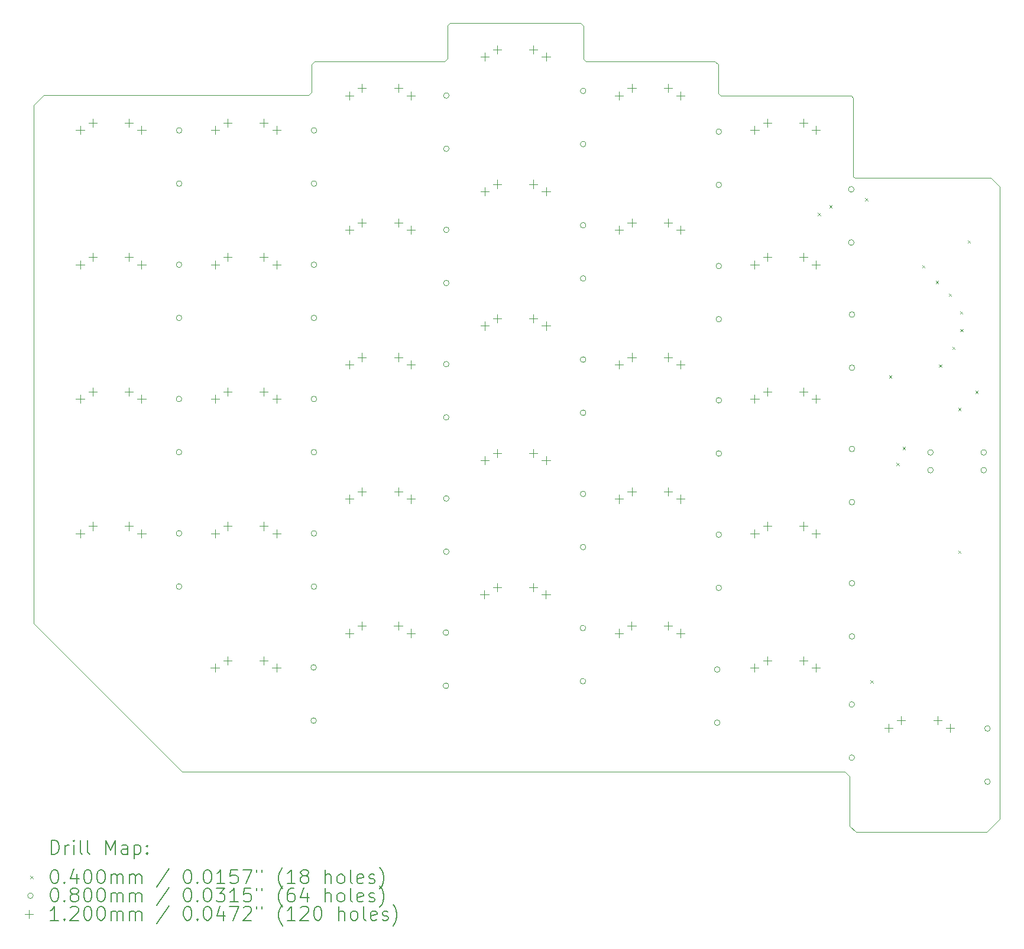
<source format=gbr>
%TF.GenerationSoftware,KiCad,Pcbnew,(6.0.8)*%
%TF.CreationDate,2023-02-14T17:54:35+07:00*%
%TF.ProjectId,dongle_256,646f6e67-6c65-45f3-9235-362e6b696361,rev?*%
%TF.SameCoordinates,Original*%
%TF.FileFunction,Drillmap*%
%TF.FilePolarity,Positive*%
%FSLAX45Y45*%
G04 Gerber Fmt 4.5, Leading zero omitted, Abs format (unit mm)*
G04 Created by KiCad (PCBNEW (6.0.8)) date 2023-02-14 17:54:35*
%MOMM*%
%LPD*%
G01*
G04 APERTURE LIST*
%ADD10C,0.100000*%
%ADD11C,0.200000*%
%ADD12C,0.040000*%
%ADD13C,0.080000*%
%ADD14C,0.120000*%
G04 APERTURE END LIST*
D10*
X16420000Y-14705000D02*
X14550000Y-14705000D01*
X6790000Y-3660000D02*
X8655000Y-3660000D01*
X8735000Y-3110000D02*
X10605000Y-3110000D01*
X2770000Y-4285000D02*
X2915000Y-4140000D01*
X8700000Y-3615000D02*
X8700000Y-3145000D01*
X10645000Y-3625000D02*
X10680000Y-3660000D01*
X2915000Y-4140000D02*
X6710000Y-4140000D01*
X12530000Y-3660000D02*
X12575000Y-3705000D01*
X16605000Y-14520000D02*
X16420000Y-14705000D01*
X14460000Y-14615000D02*
X14460000Y-13905000D01*
X12575000Y-3705000D02*
X12575000Y-4120000D01*
X14480000Y-4155000D02*
X14510000Y-4185000D01*
X2770000Y-11710000D02*
X2770000Y-4285000D01*
X14530000Y-5330000D02*
X16480000Y-5330000D01*
X14390000Y-13835000D02*
X4895000Y-13835000D01*
X14460000Y-13905000D02*
X14390000Y-13835000D01*
X8655000Y-3660000D02*
X8700000Y-3615000D01*
X12575000Y-4120000D02*
X12610000Y-4155000D01*
X10680000Y-3660000D02*
X12530000Y-3660000D01*
X16480000Y-5330000D02*
X16605000Y-5455000D01*
X14530000Y-5330000D02*
X14510000Y-5310000D01*
X4895000Y-13835000D02*
X2770000Y-11710000D01*
X14510000Y-4185000D02*
X14510000Y-5310000D01*
X6750000Y-4100000D02*
X6750000Y-3700000D01*
X10645000Y-3150000D02*
X10645000Y-3625000D01*
X6710000Y-4140000D02*
X6750000Y-4100000D01*
X16605000Y-14520000D02*
X16605000Y-5455000D01*
X6750000Y-3700000D02*
X6790000Y-3660000D01*
X14550000Y-14705000D02*
X14460000Y-14615000D01*
X12610000Y-4155000D02*
X14480000Y-4155000D01*
X10605000Y-3110000D02*
X10645000Y-3150000D01*
X8700000Y-3145000D02*
X8735000Y-3110000D01*
D11*
D12*
X14000000Y-5830000D02*
X14040000Y-5870000D01*
X14040000Y-5830000D02*
X14000000Y-5870000D01*
X14165000Y-5720000D02*
X14205000Y-5760000D01*
X14205000Y-5720000D02*
X14165000Y-5760000D01*
X14680000Y-5620000D02*
X14720000Y-5660000D01*
X14720000Y-5620000D02*
X14680000Y-5660000D01*
X14752100Y-12527900D02*
X14792100Y-12567900D01*
X14792100Y-12527900D02*
X14752100Y-12567900D01*
X15020000Y-8160000D02*
X15060000Y-8200000D01*
X15060000Y-8160000D02*
X15020000Y-8200000D01*
X15125000Y-9410000D02*
X15165000Y-9450000D01*
X15165000Y-9410000D02*
X15125000Y-9450000D01*
X15215000Y-9180000D02*
X15255000Y-9220000D01*
X15255000Y-9180000D02*
X15215000Y-9220000D01*
X15495000Y-6580000D02*
X15535000Y-6620000D01*
X15535000Y-6580000D02*
X15495000Y-6620000D01*
X15690000Y-6805000D02*
X15730000Y-6845000D01*
X15730000Y-6805000D02*
X15690000Y-6845000D01*
X15735000Y-8001500D02*
X15775000Y-8041500D01*
X15775000Y-8001500D02*
X15735000Y-8041500D01*
X15874500Y-6985500D02*
X15914500Y-7025500D01*
X15914500Y-6985500D02*
X15874500Y-7025500D01*
X15927500Y-7747500D02*
X15967500Y-7787500D01*
X15967500Y-7747500D02*
X15927500Y-7787500D01*
X16010000Y-8625000D02*
X16050000Y-8665000D01*
X16050000Y-8625000D02*
X16010000Y-8665000D01*
X16010000Y-10670000D02*
X16050000Y-10710000D01*
X16050000Y-10670000D02*
X16010000Y-10710000D01*
X16035500Y-7239500D02*
X16075500Y-7279500D01*
X16075500Y-7239500D02*
X16035500Y-7279500D01*
X16038500Y-7493500D02*
X16078500Y-7533500D01*
X16078500Y-7493500D02*
X16038500Y-7533500D01*
X16146500Y-6223500D02*
X16186500Y-6263500D01*
X16186500Y-6223500D02*
X16146500Y-6263500D01*
X16257500Y-8380000D02*
X16297500Y-8420000D01*
X16297500Y-8380000D02*
X16257500Y-8420000D01*
D13*
X4893000Y-6573475D02*
G75*
G03*
X4893000Y-6573475I-40000J0D01*
G01*
X4893000Y-7335475D02*
G75*
G03*
X4893000Y-7335475I-40000J0D01*
G01*
X4893000Y-8498225D02*
G75*
G03*
X4893000Y-8498225I-40000J0D01*
G01*
X4893000Y-9260225D02*
G75*
G03*
X4893000Y-9260225I-40000J0D01*
G01*
X4893000Y-10422975D02*
G75*
G03*
X4893000Y-10422975I-40000J0D01*
G01*
X4893000Y-11184975D02*
G75*
G03*
X4893000Y-11184975I-40000J0D01*
G01*
X4895000Y-4648725D02*
G75*
G03*
X4895000Y-4648725I-40000J0D01*
G01*
X4895000Y-5410725D02*
G75*
G03*
X4895000Y-5410725I-40000J0D01*
G01*
X6820000Y-12344000D02*
G75*
G03*
X6820000Y-12344000I-40000J0D01*
G01*
X6820000Y-13106000D02*
G75*
G03*
X6820000Y-13106000I-40000J0D01*
G01*
X6825000Y-6573475D02*
G75*
G03*
X6825000Y-6573475I-40000J0D01*
G01*
X6825000Y-7335475D02*
G75*
G03*
X6825000Y-7335475I-40000J0D01*
G01*
X6825000Y-8498225D02*
G75*
G03*
X6825000Y-8498225I-40000J0D01*
G01*
X6825000Y-9260225D02*
G75*
G03*
X6825000Y-9260225I-40000J0D01*
G01*
X6825000Y-10422975D02*
G75*
G03*
X6825000Y-10422975I-40000J0D01*
G01*
X6825000Y-11184975D02*
G75*
G03*
X6825000Y-11184975I-40000J0D01*
G01*
X6826600Y-4648725D02*
G75*
G03*
X6826600Y-4648725I-40000J0D01*
G01*
X6826600Y-5410725D02*
G75*
G03*
X6826600Y-5410725I-40000J0D01*
G01*
X8715800Y-11844525D02*
G75*
G03*
X8715800Y-11844525I-40000J0D01*
G01*
X8715800Y-12606525D02*
G75*
G03*
X8715800Y-12606525I-40000J0D01*
G01*
X8720000Y-6074000D02*
G75*
G03*
X8720000Y-6074000I-40000J0D01*
G01*
X8720000Y-6836000D02*
G75*
G03*
X8720000Y-6836000I-40000J0D01*
G01*
X8720000Y-7998750D02*
G75*
G03*
X8720000Y-7998750I-40000J0D01*
G01*
X8720000Y-8760750D02*
G75*
G03*
X8720000Y-8760750I-40000J0D01*
G01*
X8720000Y-9923500D02*
G75*
G03*
X8720000Y-9923500I-40000J0D01*
G01*
X8720000Y-10685500D02*
G75*
G03*
X8720000Y-10685500I-40000J0D01*
G01*
X8721200Y-4149250D02*
G75*
G03*
X8721200Y-4149250I-40000J0D01*
G01*
X8721200Y-4911250D02*
G75*
G03*
X8721200Y-4911250I-40000J0D01*
G01*
X10676600Y-11779025D02*
G75*
G03*
X10676600Y-11779025I-40000J0D01*
G01*
X10676600Y-12541025D02*
G75*
G03*
X10676600Y-12541025I-40000J0D01*
G01*
X10680000Y-6008500D02*
G75*
G03*
X10680000Y-6008500I-40000J0D01*
G01*
X10680000Y-6770500D02*
G75*
G03*
X10680000Y-6770500I-40000J0D01*
G01*
X10680000Y-7933250D02*
G75*
G03*
X10680000Y-7933250I-40000J0D01*
G01*
X10680000Y-8695250D02*
G75*
G03*
X10680000Y-8695250I-40000J0D01*
G01*
X10680000Y-9858000D02*
G75*
G03*
X10680000Y-9858000I-40000J0D01*
G01*
X10680000Y-10620000D02*
G75*
G03*
X10680000Y-10620000I-40000J0D01*
G01*
X10680800Y-4083750D02*
G75*
G03*
X10680800Y-4083750I-40000J0D01*
G01*
X10680800Y-4845750D02*
G75*
G03*
X10680800Y-4845750I-40000J0D01*
G01*
X12600000Y-12373000D02*
G75*
G03*
X12600000Y-12373000I-40000J0D01*
G01*
X12600000Y-13135000D02*
G75*
G03*
X12600000Y-13135000I-40000J0D01*
G01*
X12623000Y-6592000D02*
G75*
G03*
X12623000Y-6592000I-40000J0D01*
G01*
X12623000Y-7354000D02*
G75*
G03*
X12623000Y-7354000I-40000J0D01*
G01*
X12623000Y-8516750D02*
G75*
G03*
X12623000Y-8516750I-40000J0D01*
G01*
X12623000Y-9278750D02*
G75*
G03*
X12623000Y-9278750I-40000J0D01*
G01*
X12623000Y-10441500D02*
G75*
G03*
X12623000Y-10441500I-40000J0D01*
G01*
X12623000Y-11203500D02*
G75*
G03*
X12623000Y-11203500I-40000J0D01*
G01*
X12623400Y-4667250D02*
G75*
G03*
X12623400Y-4667250I-40000J0D01*
G01*
X12623400Y-5429250D02*
G75*
G03*
X12623400Y-5429250I-40000J0D01*
G01*
X14520000Y-5494000D02*
G75*
G03*
X14520000Y-5494000I-40000J0D01*
G01*
X14520000Y-6256000D02*
G75*
G03*
X14520000Y-6256000I-40000J0D01*
G01*
X14527000Y-12874750D02*
G75*
G03*
X14527000Y-12874750I-40000J0D01*
G01*
X14527000Y-13636750D02*
G75*
G03*
X14527000Y-13636750I-40000J0D01*
G01*
X14530000Y-7288500D02*
G75*
G03*
X14530000Y-7288500I-40000J0D01*
G01*
X14530000Y-8050500D02*
G75*
G03*
X14530000Y-8050500I-40000J0D01*
G01*
X14530000Y-9213250D02*
G75*
G03*
X14530000Y-9213250I-40000J0D01*
G01*
X14530000Y-9975250D02*
G75*
G03*
X14530000Y-9975250I-40000J0D01*
G01*
X14530000Y-11138000D02*
G75*
G03*
X14530000Y-11138000I-40000J0D01*
G01*
X14530000Y-11900000D02*
G75*
G03*
X14530000Y-11900000I-40000J0D01*
G01*
X15654750Y-9263500D02*
G75*
G03*
X15654750Y-9263500I-40000J0D01*
G01*
X15654750Y-9517500D02*
G75*
G03*
X15654750Y-9517500I-40000J0D01*
G01*
X16416750Y-9263500D02*
G75*
G03*
X16416750Y-9263500I-40000J0D01*
G01*
X16416750Y-9517500D02*
G75*
G03*
X16416750Y-9517500I-40000J0D01*
G01*
X16470000Y-13219000D02*
G75*
G03*
X16470000Y-13219000I-40000J0D01*
G01*
X16470000Y-13981000D02*
G75*
G03*
X16470000Y-13981000I-40000J0D01*
G01*
D14*
X3437000Y-4585725D02*
X3437000Y-4705725D01*
X3377000Y-4645725D02*
X3497000Y-4645725D01*
X3437000Y-6512300D02*
X3437000Y-6632300D01*
X3377000Y-6572300D02*
X3497000Y-6572300D01*
X3437000Y-8438875D02*
X3437000Y-8558875D01*
X3377000Y-8498875D02*
X3497000Y-8498875D01*
X3437000Y-10365450D02*
X3437000Y-10485450D01*
X3377000Y-10425450D02*
X3497000Y-10425450D01*
X3617000Y-4480725D02*
X3617000Y-4600725D01*
X3557000Y-4540725D02*
X3677000Y-4540725D01*
X3617000Y-6407300D02*
X3617000Y-6527300D01*
X3557000Y-6467300D02*
X3677000Y-6467300D01*
X3617000Y-8333875D02*
X3617000Y-8453875D01*
X3557000Y-8393875D02*
X3677000Y-8393875D01*
X3617000Y-10260450D02*
X3617000Y-10380450D01*
X3557000Y-10320450D02*
X3677000Y-10320450D01*
X4137000Y-4480725D02*
X4137000Y-4600725D01*
X4077000Y-4540725D02*
X4197000Y-4540725D01*
X4137000Y-6407300D02*
X4137000Y-6527300D01*
X4077000Y-6467300D02*
X4197000Y-6467300D01*
X4137000Y-8333875D02*
X4137000Y-8453875D01*
X4077000Y-8393875D02*
X4197000Y-8393875D01*
X4137000Y-10260450D02*
X4137000Y-10380450D01*
X4077000Y-10320450D02*
X4197000Y-10320450D01*
X4317000Y-4585725D02*
X4317000Y-4705725D01*
X4257000Y-4645725D02*
X4377000Y-4645725D01*
X4317000Y-6512300D02*
X4317000Y-6632300D01*
X4257000Y-6572300D02*
X4377000Y-6572300D01*
X4317000Y-8438875D02*
X4317000Y-8558875D01*
X4257000Y-8498875D02*
X4377000Y-8498875D01*
X4317000Y-10365450D02*
X4317000Y-10485450D01*
X4257000Y-10425450D02*
X4377000Y-10425450D01*
X5368000Y-12288300D02*
X5368000Y-12408300D01*
X5308000Y-12348300D02*
X5428000Y-12348300D01*
X5369000Y-4585725D02*
X5369000Y-4705725D01*
X5309000Y-4645725D02*
X5429000Y-4645725D01*
X5369000Y-6512300D02*
X5369000Y-6632300D01*
X5309000Y-6572300D02*
X5429000Y-6572300D01*
X5369000Y-8438875D02*
X5369000Y-8558875D01*
X5309000Y-8498875D02*
X5429000Y-8498875D01*
X5369000Y-10365450D02*
X5369000Y-10485450D01*
X5309000Y-10425450D02*
X5429000Y-10425450D01*
X5548000Y-12183300D02*
X5548000Y-12303300D01*
X5488000Y-12243300D02*
X5608000Y-12243300D01*
X5549000Y-4480725D02*
X5549000Y-4600725D01*
X5489000Y-4540725D02*
X5609000Y-4540725D01*
X5549000Y-6407300D02*
X5549000Y-6527300D01*
X5489000Y-6467300D02*
X5609000Y-6467300D01*
X5549000Y-8333875D02*
X5549000Y-8453875D01*
X5489000Y-8393875D02*
X5609000Y-8393875D01*
X5549000Y-10260450D02*
X5549000Y-10380450D01*
X5489000Y-10320450D02*
X5609000Y-10320450D01*
X6068000Y-12183300D02*
X6068000Y-12303300D01*
X6008000Y-12243300D02*
X6128000Y-12243300D01*
X6069000Y-4480725D02*
X6069000Y-4600725D01*
X6009000Y-4540725D02*
X6129000Y-4540725D01*
X6069000Y-6407300D02*
X6069000Y-6527300D01*
X6009000Y-6467300D02*
X6129000Y-6467300D01*
X6069000Y-8333875D02*
X6069000Y-8453875D01*
X6009000Y-8393875D02*
X6129000Y-8393875D01*
X6069000Y-10260450D02*
X6069000Y-10380450D01*
X6009000Y-10320450D02*
X6129000Y-10320450D01*
X6248000Y-12288300D02*
X6248000Y-12408300D01*
X6188000Y-12348300D02*
X6308000Y-12348300D01*
X6249000Y-4585725D02*
X6249000Y-4705725D01*
X6189000Y-4645725D02*
X6309000Y-4645725D01*
X6249000Y-6512300D02*
X6249000Y-6632300D01*
X6189000Y-6572300D02*
X6309000Y-6572300D01*
X6249000Y-8438875D02*
X6249000Y-8558875D01*
X6189000Y-8498875D02*
X6309000Y-8498875D01*
X6249000Y-10365450D02*
X6249000Y-10485450D01*
X6189000Y-10425450D02*
X6309000Y-10425450D01*
X7292000Y-11793550D02*
X7292000Y-11913550D01*
X7232000Y-11853550D02*
X7352000Y-11853550D01*
X7293000Y-4090975D02*
X7293000Y-4210975D01*
X7233000Y-4150975D02*
X7353000Y-4150975D01*
X7293000Y-6017550D02*
X7293000Y-6137550D01*
X7233000Y-6077550D02*
X7353000Y-6077550D01*
X7293000Y-7944125D02*
X7293000Y-8064125D01*
X7233000Y-8004125D02*
X7353000Y-8004125D01*
X7293000Y-9870700D02*
X7293000Y-9990700D01*
X7233000Y-9930700D02*
X7353000Y-9930700D01*
X7472000Y-11688550D02*
X7472000Y-11808550D01*
X7412000Y-11748550D02*
X7532000Y-11748550D01*
X7473000Y-3985975D02*
X7473000Y-4105975D01*
X7413000Y-4045975D02*
X7533000Y-4045975D01*
X7473000Y-5912550D02*
X7473000Y-6032550D01*
X7413000Y-5972550D02*
X7533000Y-5972550D01*
X7473000Y-7839125D02*
X7473000Y-7959125D01*
X7413000Y-7899125D02*
X7533000Y-7899125D01*
X7473000Y-9765700D02*
X7473000Y-9885700D01*
X7413000Y-9825700D02*
X7533000Y-9825700D01*
X7992000Y-11688550D02*
X7992000Y-11808550D01*
X7932000Y-11748550D02*
X8052000Y-11748550D01*
X7993000Y-3985975D02*
X7993000Y-4105975D01*
X7933000Y-4045975D02*
X8053000Y-4045975D01*
X7993000Y-5912550D02*
X7993000Y-6032550D01*
X7933000Y-5972550D02*
X8053000Y-5972550D01*
X7993000Y-7839125D02*
X7993000Y-7959125D01*
X7933000Y-7899125D02*
X8053000Y-7899125D01*
X7993000Y-9765700D02*
X7993000Y-9885700D01*
X7933000Y-9825700D02*
X8053000Y-9825700D01*
X8172000Y-11793550D02*
X8172000Y-11913550D01*
X8112000Y-11853550D02*
X8232000Y-11853550D01*
X8173000Y-4090975D02*
X8173000Y-4210975D01*
X8113000Y-4150975D02*
X8233000Y-4150975D01*
X8173000Y-6017550D02*
X8173000Y-6137550D01*
X8113000Y-6077550D02*
X8233000Y-6077550D01*
X8173000Y-7944125D02*
X8173000Y-8064125D01*
X8113000Y-8004125D02*
X8233000Y-8004125D01*
X8173000Y-9870700D02*
X8173000Y-9990700D01*
X8113000Y-9930700D02*
X8233000Y-9930700D01*
X9228000Y-11239550D02*
X9228000Y-11359550D01*
X9168000Y-11299550D02*
X9288000Y-11299550D01*
X9229000Y-3536975D02*
X9229000Y-3656975D01*
X9169000Y-3596975D02*
X9289000Y-3596975D01*
X9229000Y-5463550D02*
X9229000Y-5583550D01*
X9169000Y-5523550D02*
X9289000Y-5523550D01*
X9229000Y-7390125D02*
X9229000Y-7510125D01*
X9169000Y-7450125D02*
X9289000Y-7450125D01*
X9229000Y-9316700D02*
X9229000Y-9436700D01*
X9169000Y-9376700D02*
X9289000Y-9376700D01*
X9408000Y-11134550D02*
X9408000Y-11254550D01*
X9348000Y-11194550D02*
X9468000Y-11194550D01*
X9409000Y-3431975D02*
X9409000Y-3551975D01*
X9349000Y-3491975D02*
X9469000Y-3491975D01*
X9409000Y-5358550D02*
X9409000Y-5478550D01*
X9349000Y-5418550D02*
X9469000Y-5418550D01*
X9409000Y-7285125D02*
X9409000Y-7405125D01*
X9349000Y-7345125D02*
X9469000Y-7345125D01*
X9409000Y-9211700D02*
X9409000Y-9331700D01*
X9349000Y-9271700D02*
X9469000Y-9271700D01*
X9928000Y-11134550D02*
X9928000Y-11254550D01*
X9868000Y-11194550D02*
X9988000Y-11194550D01*
X9929000Y-3431975D02*
X9929000Y-3551975D01*
X9869000Y-3491975D02*
X9989000Y-3491975D01*
X9929000Y-5358550D02*
X9929000Y-5478550D01*
X9869000Y-5418550D02*
X9989000Y-5418550D01*
X9929000Y-7285125D02*
X9929000Y-7405125D01*
X9869000Y-7345125D02*
X9989000Y-7345125D01*
X9929000Y-9211700D02*
X9929000Y-9331700D01*
X9869000Y-9271700D02*
X9989000Y-9271700D01*
X10108000Y-11239550D02*
X10108000Y-11359550D01*
X10048000Y-11299550D02*
X10168000Y-11299550D01*
X10109000Y-3536975D02*
X10109000Y-3656975D01*
X10049000Y-3596975D02*
X10169000Y-3596975D01*
X10109000Y-5463550D02*
X10109000Y-5583550D01*
X10049000Y-5523550D02*
X10169000Y-5523550D01*
X10109000Y-7390125D02*
X10109000Y-7510125D01*
X10049000Y-7450125D02*
X10169000Y-7450125D01*
X10109000Y-9316700D02*
X10109000Y-9436700D01*
X10049000Y-9376700D02*
X10169000Y-9376700D01*
X11156000Y-11793550D02*
X11156000Y-11913550D01*
X11096000Y-11853550D02*
X11216000Y-11853550D01*
X11157000Y-4090975D02*
X11157000Y-4210975D01*
X11097000Y-4150975D02*
X11217000Y-4150975D01*
X11157000Y-6017550D02*
X11157000Y-6137550D01*
X11097000Y-6077550D02*
X11217000Y-6077550D01*
X11157000Y-7944125D02*
X11157000Y-8064125D01*
X11097000Y-8004125D02*
X11217000Y-8004125D01*
X11157000Y-9870700D02*
X11157000Y-9990700D01*
X11097000Y-9930700D02*
X11217000Y-9930700D01*
X11336000Y-11688550D02*
X11336000Y-11808550D01*
X11276000Y-11748550D02*
X11396000Y-11748550D01*
X11337000Y-3985975D02*
X11337000Y-4105975D01*
X11277000Y-4045975D02*
X11397000Y-4045975D01*
X11337000Y-5912550D02*
X11337000Y-6032550D01*
X11277000Y-5972550D02*
X11397000Y-5972550D01*
X11337000Y-7839125D02*
X11337000Y-7959125D01*
X11277000Y-7899125D02*
X11397000Y-7899125D01*
X11337000Y-9765700D02*
X11337000Y-9885700D01*
X11277000Y-9825700D02*
X11397000Y-9825700D01*
X11856000Y-11688550D02*
X11856000Y-11808550D01*
X11796000Y-11748550D02*
X11916000Y-11748550D01*
X11857000Y-3985975D02*
X11857000Y-4105975D01*
X11797000Y-4045975D02*
X11917000Y-4045975D01*
X11857000Y-5912550D02*
X11857000Y-6032550D01*
X11797000Y-5972550D02*
X11917000Y-5972550D01*
X11857000Y-7839125D02*
X11857000Y-7959125D01*
X11797000Y-7899125D02*
X11917000Y-7899125D01*
X11857000Y-9765700D02*
X11857000Y-9885700D01*
X11797000Y-9825700D02*
X11917000Y-9825700D01*
X12036000Y-11793550D02*
X12036000Y-11913550D01*
X11976000Y-11853550D02*
X12096000Y-11853550D01*
X12037000Y-4090975D02*
X12037000Y-4210975D01*
X11977000Y-4150975D02*
X12097000Y-4150975D01*
X12037000Y-6017550D02*
X12037000Y-6137550D01*
X11977000Y-6077550D02*
X12097000Y-6077550D01*
X12037000Y-7944125D02*
X12037000Y-8064125D01*
X11977000Y-8004125D02*
X12097000Y-8004125D01*
X12037000Y-9870700D02*
X12037000Y-9990700D01*
X11977000Y-9930700D02*
X12097000Y-9930700D01*
X13096000Y-12288300D02*
X13096000Y-12408300D01*
X13036000Y-12348300D02*
X13156000Y-12348300D01*
X13097000Y-4585725D02*
X13097000Y-4705725D01*
X13037000Y-4645725D02*
X13157000Y-4645725D01*
X13097000Y-6512300D02*
X13097000Y-6632300D01*
X13037000Y-6572300D02*
X13157000Y-6572300D01*
X13097000Y-8438875D02*
X13097000Y-8558875D01*
X13037000Y-8498875D02*
X13157000Y-8498875D01*
X13097000Y-10365450D02*
X13097000Y-10485450D01*
X13037000Y-10425450D02*
X13157000Y-10425450D01*
X13276000Y-12183300D02*
X13276000Y-12303300D01*
X13216000Y-12243300D02*
X13336000Y-12243300D01*
X13277000Y-4480725D02*
X13277000Y-4600725D01*
X13217000Y-4540725D02*
X13337000Y-4540725D01*
X13277000Y-6407300D02*
X13277000Y-6527300D01*
X13217000Y-6467300D02*
X13337000Y-6467300D01*
X13277000Y-8333875D02*
X13277000Y-8453875D01*
X13217000Y-8393875D02*
X13337000Y-8393875D01*
X13277000Y-10260450D02*
X13277000Y-10380450D01*
X13217000Y-10320450D02*
X13337000Y-10320450D01*
X13796000Y-12183300D02*
X13796000Y-12303300D01*
X13736000Y-12243300D02*
X13856000Y-12243300D01*
X13797000Y-4480725D02*
X13797000Y-4600725D01*
X13737000Y-4540725D02*
X13857000Y-4540725D01*
X13797000Y-6407300D02*
X13797000Y-6527300D01*
X13737000Y-6467300D02*
X13857000Y-6467300D01*
X13797000Y-8333875D02*
X13797000Y-8453875D01*
X13737000Y-8393875D02*
X13857000Y-8393875D01*
X13797000Y-10260450D02*
X13797000Y-10380450D01*
X13737000Y-10320450D02*
X13857000Y-10320450D01*
X13976000Y-12288300D02*
X13976000Y-12408300D01*
X13916000Y-12348300D02*
X14036000Y-12348300D01*
X13977000Y-4585725D02*
X13977000Y-4705725D01*
X13917000Y-4645725D02*
X14037000Y-4645725D01*
X13977000Y-6512300D02*
X13977000Y-6632300D01*
X13917000Y-6572300D02*
X14037000Y-6572300D01*
X13977000Y-8438875D02*
X13977000Y-8558875D01*
X13917000Y-8498875D02*
X14037000Y-8498875D01*
X13977000Y-10365450D02*
X13977000Y-10485450D01*
X13917000Y-10425450D02*
X14037000Y-10425450D01*
X15015000Y-13150300D02*
X15015000Y-13270300D01*
X14955000Y-13210300D02*
X15075000Y-13210300D01*
X15195000Y-13045300D02*
X15195000Y-13165300D01*
X15135000Y-13105300D02*
X15255000Y-13105300D01*
X15715000Y-13045300D02*
X15715000Y-13165300D01*
X15655000Y-13105300D02*
X15775000Y-13105300D01*
X15895000Y-13150300D02*
X15895000Y-13270300D01*
X15835000Y-13210300D02*
X15955000Y-13210300D01*
D11*
X3022619Y-15020476D02*
X3022619Y-14820476D01*
X3070238Y-14820476D01*
X3098809Y-14830000D01*
X3117857Y-14849048D01*
X3127381Y-14868095D01*
X3136905Y-14906190D01*
X3136905Y-14934762D01*
X3127381Y-14972857D01*
X3117857Y-14991905D01*
X3098809Y-15010952D01*
X3070238Y-15020476D01*
X3022619Y-15020476D01*
X3222619Y-15020476D02*
X3222619Y-14887143D01*
X3222619Y-14925238D02*
X3232143Y-14906190D01*
X3241667Y-14896667D01*
X3260714Y-14887143D01*
X3279762Y-14887143D01*
X3346428Y-15020476D02*
X3346428Y-14887143D01*
X3346428Y-14820476D02*
X3336905Y-14830000D01*
X3346428Y-14839524D01*
X3355952Y-14830000D01*
X3346428Y-14820476D01*
X3346428Y-14839524D01*
X3470238Y-15020476D02*
X3451190Y-15010952D01*
X3441667Y-14991905D01*
X3441667Y-14820476D01*
X3575000Y-15020476D02*
X3555952Y-15010952D01*
X3546428Y-14991905D01*
X3546428Y-14820476D01*
X3803571Y-15020476D02*
X3803571Y-14820476D01*
X3870238Y-14963333D01*
X3936905Y-14820476D01*
X3936905Y-15020476D01*
X4117857Y-15020476D02*
X4117857Y-14915714D01*
X4108333Y-14896667D01*
X4089286Y-14887143D01*
X4051190Y-14887143D01*
X4032143Y-14896667D01*
X4117857Y-15010952D02*
X4098809Y-15020476D01*
X4051190Y-15020476D01*
X4032143Y-15010952D01*
X4022619Y-14991905D01*
X4022619Y-14972857D01*
X4032143Y-14953809D01*
X4051190Y-14944286D01*
X4098809Y-14944286D01*
X4117857Y-14934762D01*
X4213095Y-14887143D02*
X4213095Y-15087143D01*
X4213095Y-14896667D02*
X4232143Y-14887143D01*
X4270238Y-14887143D01*
X4289286Y-14896667D01*
X4298810Y-14906190D01*
X4308333Y-14925238D01*
X4308333Y-14982381D01*
X4298810Y-15001428D01*
X4289286Y-15010952D01*
X4270238Y-15020476D01*
X4232143Y-15020476D01*
X4213095Y-15010952D01*
X4394048Y-15001428D02*
X4403571Y-15010952D01*
X4394048Y-15020476D01*
X4384524Y-15010952D01*
X4394048Y-15001428D01*
X4394048Y-15020476D01*
X4394048Y-14896667D02*
X4403571Y-14906190D01*
X4394048Y-14915714D01*
X4384524Y-14906190D01*
X4394048Y-14896667D01*
X4394048Y-14915714D01*
D12*
X2725000Y-15330000D02*
X2765000Y-15370000D01*
X2765000Y-15330000D02*
X2725000Y-15370000D01*
D11*
X3060714Y-15240476D02*
X3079762Y-15240476D01*
X3098809Y-15250000D01*
X3108333Y-15259524D01*
X3117857Y-15278571D01*
X3127381Y-15316667D01*
X3127381Y-15364286D01*
X3117857Y-15402381D01*
X3108333Y-15421428D01*
X3098809Y-15430952D01*
X3079762Y-15440476D01*
X3060714Y-15440476D01*
X3041667Y-15430952D01*
X3032143Y-15421428D01*
X3022619Y-15402381D01*
X3013095Y-15364286D01*
X3013095Y-15316667D01*
X3022619Y-15278571D01*
X3032143Y-15259524D01*
X3041667Y-15250000D01*
X3060714Y-15240476D01*
X3213095Y-15421428D02*
X3222619Y-15430952D01*
X3213095Y-15440476D01*
X3203571Y-15430952D01*
X3213095Y-15421428D01*
X3213095Y-15440476D01*
X3394048Y-15307143D02*
X3394048Y-15440476D01*
X3346428Y-15230952D02*
X3298809Y-15373809D01*
X3422619Y-15373809D01*
X3536905Y-15240476D02*
X3555952Y-15240476D01*
X3575000Y-15250000D01*
X3584524Y-15259524D01*
X3594048Y-15278571D01*
X3603571Y-15316667D01*
X3603571Y-15364286D01*
X3594048Y-15402381D01*
X3584524Y-15421428D01*
X3575000Y-15430952D01*
X3555952Y-15440476D01*
X3536905Y-15440476D01*
X3517857Y-15430952D01*
X3508333Y-15421428D01*
X3498809Y-15402381D01*
X3489286Y-15364286D01*
X3489286Y-15316667D01*
X3498809Y-15278571D01*
X3508333Y-15259524D01*
X3517857Y-15250000D01*
X3536905Y-15240476D01*
X3727381Y-15240476D02*
X3746428Y-15240476D01*
X3765476Y-15250000D01*
X3775000Y-15259524D01*
X3784524Y-15278571D01*
X3794048Y-15316667D01*
X3794048Y-15364286D01*
X3784524Y-15402381D01*
X3775000Y-15421428D01*
X3765476Y-15430952D01*
X3746428Y-15440476D01*
X3727381Y-15440476D01*
X3708333Y-15430952D01*
X3698809Y-15421428D01*
X3689286Y-15402381D01*
X3679762Y-15364286D01*
X3679762Y-15316667D01*
X3689286Y-15278571D01*
X3698809Y-15259524D01*
X3708333Y-15250000D01*
X3727381Y-15240476D01*
X3879762Y-15440476D02*
X3879762Y-15307143D01*
X3879762Y-15326190D02*
X3889286Y-15316667D01*
X3908333Y-15307143D01*
X3936905Y-15307143D01*
X3955952Y-15316667D01*
X3965476Y-15335714D01*
X3965476Y-15440476D01*
X3965476Y-15335714D02*
X3975000Y-15316667D01*
X3994048Y-15307143D01*
X4022619Y-15307143D01*
X4041667Y-15316667D01*
X4051190Y-15335714D01*
X4051190Y-15440476D01*
X4146428Y-15440476D02*
X4146428Y-15307143D01*
X4146428Y-15326190D02*
X4155952Y-15316667D01*
X4175000Y-15307143D01*
X4203571Y-15307143D01*
X4222619Y-15316667D01*
X4232143Y-15335714D01*
X4232143Y-15440476D01*
X4232143Y-15335714D02*
X4241667Y-15316667D01*
X4260714Y-15307143D01*
X4289286Y-15307143D01*
X4308333Y-15316667D01*
X4317857Y-15335714D01*
X4317857Y-15440476D01*
X4708333Y-15230952D02*
X4536905Y-15488095D01*
X4965476Y-15240476D02*
X4984524Y-15240476D01*
X5003571Y-15250000D01*
X5013095Y-15259524D01*
X5022619Y-15278571D01*
X5032143Y-15316667D01*
X5032143Y-15364286D01*
X5022619Y-15402381D01*
X5013095Y-15421428D01*
X5003571Y-15430952D01*
X4984524Y-15440476D01*
X4965476Y-15440476D01*
X4946429Y-15430952D01*
X4936905Y-15421428D01*
X4927381Y-15402381D01*
X4917857Y-15364286D01*
X4917857Y-15316667D01*
X4927381Y-15278571D01*
X4936905Y-15259524D01*
X4946429Y-15250000D01*
X4965476Y-15240476D01*
X5117857Y-15421428D02*
X5127381Y-15430952D01*
X5117857Y-15440476D01*
X5108333Y-15430952D01*
X5117857Y-15421428D01*
X5117857Y-15440476D01*
X5251190Y-15240476D02*
X5270238Y-15240476D01*
X5289286Y-15250000D01*
X5298810Y-15259524D01*
X5308333Y-15278571D01*
X5317857Y-15316667D01*
X5317857Y-15364286D01*
X5308333Y-15402381D01*
X5298810Y-15421428D01*
X5289286Y-15430952D01*
X5270238Y-15440476D01*
X5251190Y-15440476D01*
X5232143Y-15430952D01*
X5222619Y-15421428D01*
X5213095Y-15402381D01*
X5203571Y-15364286D01*
X5203571Y-15316667D01*
X5213095Y-15278571D01*
X5222619Y-15259524D01*
X5232143Y-15250000D01*
X5251190Y-15240476D01*
X5508333Y-15440476D02*
X5394048Y-15440476D01*
X5451190Y-15440476D02*
X5451190Y-15240476D01*
X5432143Y-15269048D01*
X5413095Y-15288095D01*
X5394048Y-15297619D01*
X5689286Y-15240476D02*
X5594048Y-15240476D01*
X5584524Y-15335714D01*
X5594048Y-15326190D01*
X5613095Y-15316667D01*
X5660714Y-15316667D01*
X5679762Y-15326190D01*
X5689286Y-15335714D01*
X5698809Y-15354762D01*
X5698809Y-15402381D01*
X5689286Y-15421428D01*
X5679762Y-15430952D01*
X5660714Y-15440476D01*
X5613095Y-15440476D01*
X5594048Y-15430952D01*
X5584524Y-15421428D01*
X5765476Y-15240476D02*
X5898809Y-15240476D01*
X5813095Y-15440476D01*
X5965476Y-15240476D02*
X5965476Y-15278571D01*
X6041667Y-15240476D02*
X6041667Y-15278571D01*
X6336905Y-15516667D02*
X6327381Y-15507143D01*
X6308333Y-15478571D01*
X6298809Y-15459524D01*
X6289286Y-15430952D01*
X6279762Y-15383333D01*
X6279762Y-15345238D01*
X6289286Y-15297619D01*
X6298809Y-15269048D01*
X6308333Y-15250000D01*
X6327381Y-15221428D01*
X6336905Y-15211905D01*
X6517857Y-15440476D02*
X6403571Y-15440476D01*
X6460714Y-15440476D02*
X6460714Y-15240476D01*
X6441667Y-15269048D01*
X6422619Y-15288095D01*
X6403571Y-15297619D01*
X6632143Y-15326190D02*
X6613095Y-15316667D01*
X6603571Y-15307143D01*
X6594048Y-15288095D01*
X6594048Y-15278571D01*
X6603571Y-15259524D01*
X6613095Y-15250000D01*
X6632143Y-15240476D01*
X6670238Y-15240476D01*
X6689286Y-15250000D01*
X6698809Y-15259524D01*
X6708333Y-15278571D01*
X6708333Y-15288095D01*
X6698809Y-15307143D01*
X6689286Y-15316667D01*
X6670238Y-15326190D01*
X6632143Y-15326190D01*
X6613095Y-15335714D01*
X6603571Y-15345238D01*
X6594048Y-15364286D01*
X6594048Y-15402381D01*
X6603571Y-15421428D01*
X6613095Y-15430952D01*
X6632143Y-15440476D01*
X6670238Y-15440476D01*
X6689286Y-15430952D01*
X6698809Y-15421428D01*
X6708333Y-15402381D01*
X6708333Y-15364286D01*
X6698809Y-15345238D01*
X6689286Y-15335714D01*
X6670238Y-15326190D01*
X6946428Y-15440476D02*
X6946428Y-15240476D01*
X7032143Y-15440476D02*
X7032143Y-15335714D01*
X7022619Y-15316667D01*
X7003571Y-15307143D01*
X6975000Y-15307143D01*
X6955952Y-15316667D01*
X6946428Y-15326190D01*
X7155952Y-15440476D02*
X7136905Y-15430952D01*
X7127381Y-15421428D01*
X7117857Y-15402381D01*
X7117857Y-15345238D01*
X7127381Y-15326190D01*
X7136905Y-15316667D01*
X7155952Y-15307143D01*
X7184524Y-15307143D01*
X7203571Y-15316667D01*
X7213095Y-15326190D01*
X7222619Y-15345238D01*
X7222619Y-15402381D01*
X7213095Y-15421428D01*
X7203571Y-15430952D01*
X7184524Y-15440476D01*
X7155952Y-15440476D01*
X7336905Y-15440476D02*
X7317857Y-15430952D01*
X7308333Y-15411905D01*
X7308333Y-15240476D01*
X7489286Y-15430952D02*
X7470238Y-15440476D01*
X7432143Y-15440476D01*
X7413095Y-15430952D01*
X7403571Y-15411905D01*
X7403571Y-15335714D01*
X7413095Y-15316667D01*
X7432143Y-15307143D01*
X7470238Y-15307143D01*
X7489286Y-15316667D01*
X7498809Y-15335714D01*
X7498809Y-15354762D01*
X7403571Y-15373809D01*
X7575000Y-15430952D02*
X7594048Y-15440476D01*
X7632143Y-15440476D01*
X7651190Y-15430952D01*
X7660714Y-15411905D01*
X7660714Y-15402381D01*
X7651190Y-15383333D01*
X7632143Y-15373809D01*
X7603571Y-15373809D01*
X7584524Y-15364286D01*
X7575000Y-15345238D01*
X7575000Y-15335714D01*
X7584524Y-15316667D01*
X7603571Y-15307143D01*
X7632143Y-15307143D01*
X7651190Y-15316667D01*
X7727381Y-15516667D02*
X7736905Y-15507143D01*
X7755952Y-15478571D01*
X7765476Y-15459524D01*
X7775000Y-15430952D01*
X7784524Y-15383333D01*
X7784524Y-15345238D01*
X7775000Y-15297619D01*
X7765476Y-15269048D01*
X7755952Y-15250000D01*
X7736905Y-15221428D01*
X7727381Y-15211905D01*
D13*
X2765000Y-15614000D02*
G75*
G03*
X2765000Y-15614000I-40000J0D01*
G01*
D11*
X3060714Y-15504476D02*
X3079762Y-15504476D01*
X3098809Y-15514000D01*
X3108333Y-15523524D01*
X3117857Y-15542571D01*
X3127381Y-15580667D01*
X3127381Y-15628286D01*
X3117857Y-15666381D01*
X3108333Y-15685428D01*
X3098809Y-15694952D01*
X3079762Y-15704476D01*
X3060714Y-15704476D01*
X3041667Y-15694952D01*
X3032143Y-15685428D01*
X3022619Y-15666381D01*
X3013095Y-15628286D01*
X3013095Y-15580667D01*
X3022619Y-15542571D01*
X3032143Y-15523524D01*
X3041667Y-15514000D01*
X3060714Y-15504476D01*
X3213095Y-15685428D02*
X3222619Y-15694952D01*
X3213095Y-15704476D01*
X3203571Y-15694952D01*
X3213095Y-15685428D01*
X3213095Y-15704476D01*
X3336905Y-15590190D02*
X3317857Y-15580667D01*
X3308333Y-15571143D01*
X3298809Y-15552095D01*
X3298809Y-15542571D01*
X3308333Y-15523524D01*
X3317857Y-15514000D01*
X3336905Y-15504476D01*
X3375000Y-15504476D01*
X3394048Y-15514000D01*
X3403571Y-15523524D01*
X3413095Y-15542571D01*
X3413095Y-15552095D01*
X3403571Y-15571143D01*
X3394048Y-15580667D01*
X3375000Y-15590190D01*
X3336905Y-15590190D01*
X3317857Y-15599714D01*
X3308333Y-15609238D01*
X3298809Y-15628286D01*
X3298809Y-15666381D01*
X3308333Y-15685428D01*
X3317857Y-15694952D01*
X3336905Y-15704476D01*
X3375000Y-15704476D01*
X3394048Y-15694952D01*
X3403571Y-15685428D01*
X3413095Y-15666381D01*
X3413095Y-15628286D01*
X3403571Y-15609238D01*
X3394048Y-15599714D01*
X3375000Y-15590190D01*
X3536905Y-15504476D02*
X3555952Y-15504476D01*
X3575000Y-15514000D01*
X3584524Y-15523524D01*
X3594048Y-15542571D01*
X3603571Y-15580667D01*
X3603571Y-15628286D01*
X3594048Y-15666381D01*
X3584524Y-15685428D01*
X3575000Y-15694952D01*
X3555952Y-15704476D01*
X3536905Y-15704476D01*
X3517857Y-15694952D01*
X3508333Y-15685428D01*
X3498809Y-15666381D01*
X3489286Y-15628286D01*
X3489286Y-15580667D01*
X3498809Y-15542571D01*
X3508333Y-15523524D01*
X3517857Y-15514000D01*
X3536905Y-15504476D01*
X3727381Y-15504476D02*
X3746428Y-15504476D01*
X3765476Y-15514000D01*
X3775000Y-15523524D01*
X3784524Y-15542571D01*
X3794048Y-15580667D01*
X3794048Y-15628286D01*
X3784524Y-15666381D01*
X3775000Y-15685428D01*
X3765476Y-15694952D01*
X3746428Y-15704476D01*
X3727381Y-15704476D01*
X3708333Y-15694952D01*
X3698809Y-15685428D01*
X3689286Y-15666381D01*
X3679762Y-15628286D01*
X3679762Y-15580667D01*
X3689286Y-15542571D01*
X3698809Y-15523524D01*
X3708333Y-15514000D01*
X3727381Y-15504476D01*
X3879762Y-15704476D02*
X3879762Y-15571143D01*
X3879762Y-15590190D02*
X3889286Y-15580667D01*
X3908333Y-15571143D01*
X3936905Y-15571143D01*
X3955952Y-15580667D01*
X3965476Y-15599714D01*
X3965476Y-15704476D01*
X3965476Y-15599714D02*
X3975000Y-15580667D01*
X3994048Y-15571143D01*
X4022619Y-15571143D01*
X4041667Y-15580667D01*
X4051190Y-15599714D01*
X4051190Y-15704476D01*
X4146428Y-15704476D02*
X4146428Y-15571143D01*
X4146428Y-15590190D02*
X4155952Y-15580667D01*
X4175000Y-15571143D01*
X4203571Y-15571143D01*
X4222619Y-15580667D01*
X4232143Y-15599714D01*
X4232143Y-15704476D01*
X4232143Y-15599714D02*
X4241667Y-15580667D01*
X4260714Y-15571143D01*
X4289286Y-15571143D01*
X4308333Y-15580667D01*
X4317857Y-15599714D01*
X4317857Y-15704476D01*
X4708333Y-15494952D02*
X4536905Y-15752095D01*
X4965476Y-15504476D02*
X4984524Y-15504476D01*
X5003571Y-15514000D01*
X5013095Y-15523524D01*
X5022619Y-15542571D01*
X5032143Y-15580667D01*
X5032143Y-15628286D01*
X5022619Y-15666381D01*
X5013095Y-15685428D01*
X5003571Y-15694952D01*
X4984524Y-15704476D01*
X4965476Y-15704476D01*
X4946429Y-15694952D01*
X4936905Y-15685428D01*
X4927381Y-15666381D01*
X4917857Y-15628286D01*
X4917857Y-15580667D01*
X4927381Y-15542571D01*
X4936905Y-15523524D01*
X4946429Y-15514000D01*
X4965476Y-15504476D01*
X5117857Y-15685428D02*
X5127381Y-15694952D01*
X5117857Y-15704476D01*
X5108333Y-15694952D01*
X5117857Y-15685428D01*
X5117857Y-15704476D01*
X5251190Y-15504476D02*
X5270238Y-15504476D01*
X5289286Y-15514000D01*
X5298810Y-15523524D01*
X5308333Y-15542571D01*
X5317857Y-15580667D01*
X5317857Y-15628286D01*
X5308333Y-15666381D01*
X5298810Y-15685428D01*
X5289286Y-15694952D01*
X5270238Y-15704476D01*
X5251190Y-15704476D01*
X5232143Y-15694952D01*
X5222619Y-15685428D01*
X5213095Y-15666381D01*
X5203571Y-15628286D01*
X5203571Y-15580667D01*
X5213095Y-15542571D01*
X5222619Y-15523524D01*
X5232143Y-15514000D01*
X5251190Y-15504476D01*
X5384524Y-15504476D02*
X5508333Y-15504476D01*
X5441667Y-15580667D01*
X5470238Y-15580667D01*
X5489286Y-15590190D01*
X5498810Y-15599714D01*
X5508333Y-15618762D01*
X5508333Y-15666381D01*
X5498810Y-15685428D01*
X5489286Y-15694952D01*
X5470238Y-15704476D01*
X5413095Y-15704476D01*
X5394048Y-15694952D01*
X5384524Y-15685428D01*
X5698809Y-15704476D02*
X5584524Y-15704476D01*
X5641667Y-15704476D02*
X5641667Y-15504476D01*
X5622619Y-15533048D01*
X5603571Y-15552095D01*
X5584524Y-15561619D01*
X5879762Y-15504476D02*
X5784524Y-15504476D01*
X5775000Y-15599714D01*
X5784524Y-15590190D01*
X5803571Y-15580667D01*
X5851190Y-15580667D01*
X5870238Y-15590190D01*
X5879762Y-15599714D01*
X5889286Y-15618762D01*
X5889286Y-15666381D01*
X5879762Y-15685428D01*
X5870238Y-15694952D01*
X5851190Y-15704476D01*
X5803571Y-15704476D01*
X5784524Y-15694952D01*
X5775000Y-15685428D01*
X5965476Y-15504476D02*
X5965476Y-15542571D01*
X6041667Y-15504476D02*
X6041667Y-15542571D01*
X6336905Y-15780667D02*
X6327381Y-15771143D01*
X6308333Y-15742571D01*
X6298809Y-15723524D01*
X6289286Y-15694952D01*
X6279762Y-15647333D01*
X6279762Y-15609238D01*
X6289286Y-15561619D01*
X6298809Y-15533048D01*
X6308333Y-15514000D01*
X6327381Y-15485428D01*
X6336905Y-15475905D01*
X6498809Y-15504476D02*
X6460714Y-15504476D01*
X6441667Y-15514000D01*
X6432143Y-15523524D01*
X6413095Y-15552095D01*
X6403571Y-15590190D01*
X6403571Y-15666381D01*
X6413095Y-15685428D01*
X6422619Y-15694952D01*
X6441667Y-15704476D01*
X6479762Y-15704476D01*
X6498809Y-15694952D01*
X6508333Y-15685428D01*
X6517857Y-15666381D01*
X6517857Y-15618762D01*
X6508333Y-15599714D01*
X6498809Y-15590190D01*
X6479762Y-15580667D01*
X6441667Y-15580667D01*
X6422619Y-15590190D01*
X6413095Y-15599714D01*
X6403571Y-15618762D01*
X6689286Y-15571143D02*
X6689286Y-15704476D01*
X6641667Y-15494952D02*
X6594048Y-15637809D01*
X6717857Y-15637809D01*
X6946428Y-15704476D02*
X6946428Y-15504476D01*
X7032143Y-15704476D02*
X7032143Y-15599714D01*
X7022619Y-15580667D01*
X7003571Y-15571143D01*
X6975000Y-15571143D01*
X6955952Y-15580667D01*
X6946428Y-15590190D01*
X7155952Y-15704476D02*
X7136905Y-15694952D01*
X7127381Y-15685428D01*
X7117857Y-15666381D01*
X7117857Y-15609238D01*
X7127381Y-15590190D01*
X7136905Y-15580667D01*
X7155952Y-15571143D01*
X7184524Y-15571143D01*
X7203571Y-15580667D01*
X7213095Y-15590190D01*
X7222619Y-15609238D01*
X7222619Y-15666381D01*
X7213095Y-15685428D01*
X7203571Y-15694952D01*
X7184524Y-15704476D01*
X7155952Y-15704476D01*
X7336905Y-15704476D02*
X7317857Y-15694952D01*
X7308333Y-15675905D01*
X7308333Y-15504476D01*
X7489286Y-15694952D02*
X7470238Y-15704476D01*
X7432143Y-15704476D01*
X7413095Y-15694952D01*
X7403571Y-15675905D01*
X7403571Y-15599714D01*
X7413095Y-15580667D01*
X7432143Y-15571143D01*
X7470238Y-15571143D01*
X7489286Y-15580667D01*
X7498809Y-15599714D01*
X7498809Y-15618762D01*
X7403571Y-15637809D01*
X7575000Y-15694952D02*
X7594048Y-15704476D01*
X7632143Y-15704476D01*
X7651190Y-15694952D01*
X7660714Y-15675905D01*
X7660714Y-15666381D01*
X7651190Y-15647333D01*
X7632143Y-15637809D01*
X7603571Y-15637809D01*
X7584524Y-15628286D01*
X7575000Y-15609238D01*
X7575000Y-15599714D01*
X7584524Y-15580667D01*
X7603571Y-15571143D01*
X7632143Y-15571143D01*
X7651190Y-15580667D01*
X7727381Y-15780667D02*
X7736905Y-15771143D01*
X7755952Y-15742571D01*
X7765476Y-15723524D01*
X7775000Y-15694952D01*
X7784524Y-15647333D01*
X7784524Y-15609238D01*
X7775000Y-15561619D01*
X7765476Y-15533048D01*
X7755952Y-15514000D01*
X7736905Y-15485428D01*
X7727381Y-15475905D01*
D14*
X2705000Y-15818000D02*
X2705000Y-15938000D01*
X2645000Y-15878000D02*
X2765000Y-15878000D01*
D11*
X3127381Y-15968476D02*
X3013095Y-15968476D01*
X3070238Y-15968476D02*
X3070238Y-15768476D01*
X3051190Y-15797048D01*
X3032143Y-15816095D01*
X3013095Y-15825619D01*
X3213095Y-15949428D02*
X3222619Y-15958952D01*
X3213095Y-15968476D01*
X3203571Y-15958952D01*
X3213095Y-15949428D01*
X3213095Y-15968476D01*
X3298809Y-15787524D02*
X3308333Y-15778000D01*
X3327381Y-15768476D01*
X3375000Y-15768476D01*
X3394048Y-15778000D01*
X3403571Y-15787524D01*
X3413095Y-15806571D01*
X3413095Y-15825619D01*
X3403571Y-15854190D01*
X3289286Y-15968476D01*
X3413095Y-15968476D01*
X3536905Y-15768476D02*
X3555952Y-15768476D01*
X3575000Y-15778000D01*
X3584524Y-15787524D01*
X3594048Y-15806571D01*
X3603571Y-15844667D01*
X3603571Y-15892286D01*
X3594048Y-15930381D01*
X3584524Y-15949428D01*
X3575000Y-15958952D01*
X3555952Y-15968476D01*
X3536905Y-15968476D01*
X3517857Y-15958952D01*
X3508333Y-15949428D01*
X3498809Y-15930381D01*
X3489286Y-15892286D01*
X3489286Y-15844667D01*
X3498809Y-15806571D01*
X3508333Y-15787524D01*
X3517857Y-15778000D01*
X3536905Y-15768476D01*
X3727381Y-15768476D02*
X3746428Y-15768476D01*
X3765476Y-15778000D01*
X3775000Y-15787524D01*
X3784524Y-15806571D01*
X3794048Y-15844667D01*
X3794048Y-15892286D01*
X3784524Y-15930381D01*
X3775000Y-15949428D01*
X3765476Y-15958952D01*
X3746428Y-15968476D01*
X3727381Y-15968476D01*
X3708333Y-15958952D01*
X3698809Y-15949428D01*
X3689286Y-15930381D01*
X3679762Y-15892286D01*
X3679762Y-15844667D01*
X3689286Y-15806571D01*
X3698809Y-15787524D01*
X3708333Y-15778000D01*
X3727381Y-15768476D01*
X3879762Y-15968476D02*
X3879762Y-15835143D01*
X3879762Y-15854190D02*
X3889286Y-15844667D01*
X3908333Y-15835143D01*
X3936905Y-15835143D01*
X3955952Y-15844667D01*
X3965476Y-15863714D01*
X3965476Y-15968476D01*
X3965476Y-15863714D02*
X3975000Y-15844667D01*
X3994048Y-15835143D01*
X4022619Y-15835143D01*
X4041667Y-15844667D01*
X4051190Y-15863714D01*
X4051190Y-15968476D01*
X4146428Y-15968476D02*
X4146428Y-15835143D01*
X4146428Y-15854190D02*
X4155952Y-15844667D01*
X4175000Y-15835143D01*
X4203571Y-15835143D01*
X4222619Y-15844667D01*
X4232143Y-15863714D01*
X4232143Y-15968476D01*
X4232143Y-15863714D02*
X4241667Y-15844667D01*
X4260714Y-15835143D01*
X4289286Y-15835143D01*
X4308333Y-15844667D01*
X4317857Y-15863714D01*
X4317857Y-15968476D01*
X4708333Y-15758952D02*
X4536905Y-16016095D01*
X4965476Y-15768476D02*
X4984524Y-15768476D01*
X5003571Y-15778000D01*
X5013095Y-15787524D01*
X5022619Y-15806571D01*
X5032143Y-15844667D01*
X5032143Y-15892286D01*
X5022619Y-15930381D01*
X5013095Y-15949428D01*
X5003571Y-15958952D01*
X4984524Y-15968476D01*
X4965476Y-15968476D01*
X4946429Y-15958952D01*
X4936905Y-15949428D01*
X4927381Y-15930381D01*
X4917857Y-15892286D01*
X4917857Y-15844667D01*
X4927381Y-15806571D01*
X4936905Y-15787524D01*
X4946429Y-15778000D01*
X4965476Y-15768476D01*
X5117857Y-15949428D02*
X5127381Y-15958952D01*
X5117857Y-15968476D01*
X5108333Y-15958952D01*
X5117857Y-15949428D01*
X5117857Y-15968476D01*
X5251190Y-15768476D02*
X5270238Y-15768476D01*
X5289286Y-15778000D01*
X5298810Y-15787524D01*
X5308333Y-15806571D01*
X5317857Y-15844667D01*
X5317857Y-15892286D01*
X5308333Y-15930381D01*
X5298810Y-15949428D01*
X5289286Y-15958952D01*
X5270238Y-15968476D01*
X5251190Y-15968476D01*
X5232143Y-15958952D01*
X5222619Y-15949428D01*
X5213095Y-15930381D01*
X5203571Y-15892286D01*
X5203571Y-15844667D01*
X5213095Y-15806571D01*
X5222619Y-15787524D01*
X5232143Y-15778000D01*
X5251190Y-15768476D01*
X5489286Y-15835143D02*
X5489286Y-15968476D01*
X5441667Y-15758952D02*
X5394048Y-15901809D01*
X5517857Y-15901809D01*
X5575000Y-15768476D02*
X5708333Y-15768476D01*
X5622619Y-15968476D01*
X5775000Y-15787524D02*
X5784524Y-15778000D01*
X5803571Y-15768476D01*
X5851190Y-15768476D01*
X5870238Y-15778000D01*
X5879762Y-15787524D01*
X5889286Y-15806571D01*
X5889286Y-15825619D01*
X5879762Y-15854190D01*
X5765476Y-15968476D01*
X5889286Y-15968476D01*
X5965476Y-15768476D02*
X5965476Y-15806571D01*
X6041667Y-15768476D02*
X6041667Y-15806571D01*
X6336905Y-16044667D02*
X6327381Y-16035143D01*
X6308333Y-16006571D01*
X6298809Y-15987524D01*
X6289286Y-15958952D01*
X6279762Y-15911333D01*
X6279762Y-15873238D01*
X6289286Y-15825619D01*
X6298809Y-15797048D01*
X6308333Y-15778000D01*
X6327381Y-15749428D01*
X6336905Y-15739905D01*
X6517857Y-15968476D02*
X6403571Y-15968476D01*
X6460714Y-15968476D02*
X6460714Y-15768476D01*
X6441667Y-15797048D01*
X6422619Y-15816095D01*
X6403571Y-15825619D01*
X6594048Y-15787524D02*
X6603571Y-15778000D01*
X6622619Y-15768476D01*
X6670238Y-15768476D01*
X6689286Y-15778000D01*
X6698809Y-15787524D01*
X6708333Y-15806571D01*
X6708333Y-15825619D01*
X6698809Y-15854190D01*
X6584524Y-15968476D01*
X6708333Y-15968476D01*
X6832143Y-15768476D02*
X6851190Y-15768476D01*
X6870238Y-15778000D01*
X6879762Y-15787524D01*
X6889286Y-15806571D01*
X6898809Y-15844667D01*
X6898809Y-15892286D01*
X6889286Y-15930381D01*
X6879762Y-15949428D01*
X6870238Y-15958952D01*
X6851190Y-15968476D01*
X6832143Y-15968476D01*
X6813095Y-15958952D01*
X6803571Y-15949428D01*
X6794048Y-15930381D01*
X6784524Y-15892286D01*
X6784524Y-15844667D01*
X6794048Y-15806571D01*
X6803571Y-15787524D01*
X6813095Y-15778000D01*
X6832143Y-15768476D01*
X7136905Y-15968476D02*
X7136905Y-15768476D01*
X7222619Y-15968476D02*
X7222619Y-15863714D01*
X7213095Y-15844667D01*
X7194048Y-15835143D01*
X7165476Y-15835143D01*
X7146428Y-15844667D01*
X7136905Y-15854190D01*
X7346428Y-15968476D02*
X7327381Y-15958952D01*
X7317857Y-15949428D01*
X7308333Y-15930381D01*
X7308333Y-15873238D01*
X7317857Y-15854190D01*
X7327381Y-15844667D01*
X7346428Y-15835143D01*
X7375000Y-15835143D01*
X7394048Y-15844667D01*
X7403571Y-15854190D01*
X7413095Y-15873238D01*
X7413095Y-15930381D01*
X7403571Y-15949428D01*
X7394048Y-15958952D01*
X7375000Y-15968476D01*
X7346428Y-15968476D01*
X7527381Y-15968476D02*
X7508333Y-15958952D01*
X7498809Y-15939905D01*
X7498809Y-15768476D01*
X7679762Y-15958952D02*
X7660714Y-15968476D01*
X7622619Y-15968476D01*
X7603571Y-15958952D01*
X7594048Y-15939905D01*
X7594048Y-15863714D01*
X7603571Y-15844667D01*
X7622619Y-15835143D01*
X7660714Y-15835143D01*
X7679762Y-15844667D01*
X7689286Y-15863714D01*
X7689286Y-15882762D01*
X7594048Y-15901809D01*
X7765476Y-15958952D02*
X7784524Y-15968476D01*
X7822619Y-15968476D01*
X7841667Y-15958952D01*
X7851190Y-15939905D01*
X7851190Y-15930381D01*
X7841667Y-15911333D01*
X7822619Y-15901809D01*
X7794048Y-15901809D01*
X7775000Y-15892286D01*
X7765476Y-15873238D01*
X7765476Y-15863714D01*
X7775000Y-15844667D01*
X7794048Y-15835143D01*
X7822619Y-15835143D01*
X7841667Y-15844667D01*
X7917857Y-16044667D02*
X7927381Y-16035143D01*
X7946428Y-16006571D01*
X7955952Y-15987524D01*
X7965476Y-15958952D01*
X7975000Y-15911333D01*
X7975000Y-15873238D01*
X7965476Y-15825619D01*
X7955952Y-15797048D01*
X7946428Y-15778000D01*
X7927381Y-15749428D01*
X7917857Y-15739905D01*
M02*

</source>
